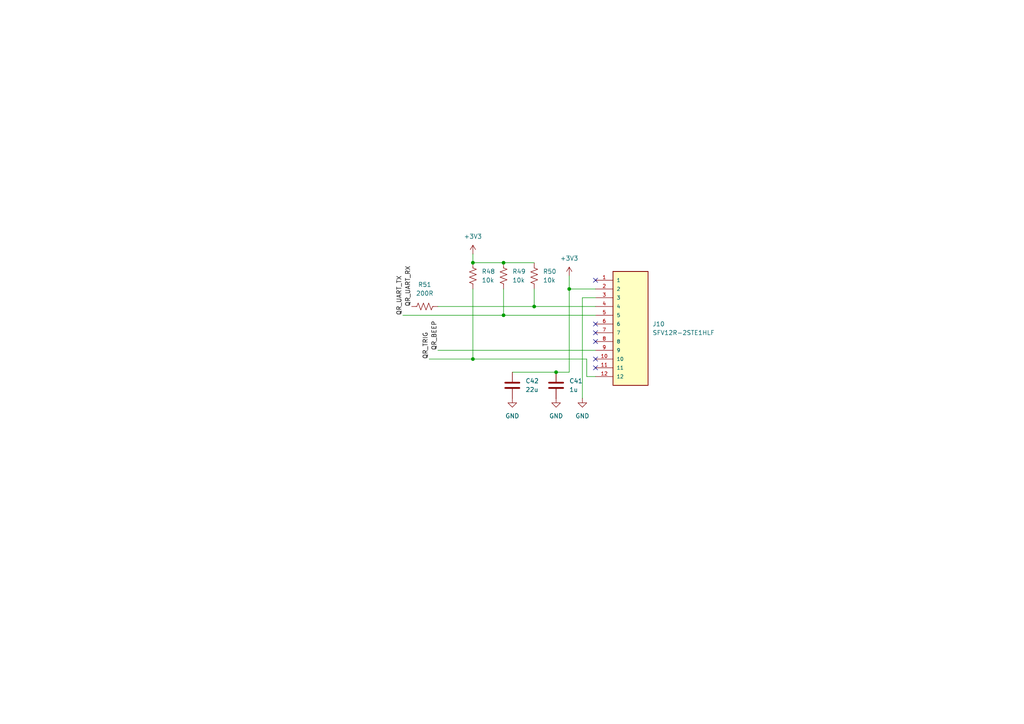
<source format=kicad_sch>
(kicad_sch
	(version 20231120)
	(generator "eeschema")
	(generator_version "8.0")
	(uuid "61c2e4c0-d1fb-4b5e-b729-19358ce44406")
	(paper "A4")
	(lib_symbols
		(symbol "+3V3_2"
			(power)
			(pin_numbers hide)
			(pin_names
				(offset 0) hide)
			(exclude_from_sim no)
			(in_bom yes)
			(on_board yes)
			(property "Reference" "#PWR"
				(at 0 -3.81 0)
				(effects
					(font
						(size 1.27 1.27)
					)
					(hide yes)
				)
			)
			(property "Value" "+3V3"
				(at 0 3.556 0)
				(effects
					(font
						(size 1.27 1.27)
					)
				)
			)
			(property "Footprint" ""
				(at 0 0 0)
				(effects
					(font
						(size 1.27 1.27)
					)
					(hide yes)
				)
			)
			(property "Datasheet" ""
				(at 0 0 0)
				(effects
					(font
						(size 1.27 1.27)
					)
					(hide yes)
				)
			)
			(property "Description" "Power symbol creates a global label with name \"+3V3\""
				(at 0 0 0)
				(effects
					(font
						(size 1.27 1.27)
					)
					(hide yes)
				)
			)
			(property "ki_keywords" "global power"
				(at 0 0 0)
				(effects
					(font
						(size 1.27 1.27)
					)
					(hide yes)
				)
			)
			(symbol "+3V3_2_0_1"
				(polyline
					(pts
						(xy -0.762 1.27) (xy 0 2.54)
					)
					(stroke
						(width 0)
						(type default)
					)
					(fill
						(type none)
					)
				)
				(polyline
					(pts
						(xy 0 0) (xy 0 2.54)
					)
					(stroke
						(width 0)
						(type default)
					)
					(fill
						(type none)
					)
				)
				(polyline
					(pts
						(xy 0 2.54) (xy 0.762 1.27)
					)
					(stroke
						(width 0)
						(type default)
					)
					(fill
						(type none)
					)
				)
			)
			(symbol "+3V3_2_1_1"
				(pin power_in line
					(at 0 0 90)
					(length 0)
					(name "~"
						(effects
							(font
								(size 1.27 1.27)
							)
						)
					)
					(number "1"
						(effects
							(font
								(size 1.27 1.27)
							)
						)
					)
				)
			)
		)
		(symbol "+3V3_3"
			(power)
			(pin_numbers hide)
			(pin_names
				(offset 0) hide)
			(exclude_from_sim no)
			(in_bom yes)
			(on_board yes)
			(property "Reference" "#PWR"
				(at 0 -3.81 0)
				(effects
					(font
						(size 1.27 1.27)
					)
					(hide yes)
				)
			)
			(property "Value" "+3V3"
				(at 0 3.556 0)
				(effects
					(font
						(size 1.27 1.27)
					)
				)
			)
			(property "Footprint" ""
				(at 0 0 0)
				(effects
					(font
						(size 1.27 1.27)
					)
					(hide yes)
				)
			)
			(property "Datasheet" ""
				(at 0 0 0)
				(effects
					(font
						(size 1.27 1.27)
					)
					(hide yes)
				)
			)
			(property "Description" "Power symbol creates a global label with name \"+3V3\""
				(at 0 0 0)
				(effects
					(font
						(size 1.27 1.27)
					)
					(hide yes)
				)
			)
			(property "ki_keywords" "global power"
				(at 0 0 0)
				(effects
					(font
						(size 1.27 1.27)
					)
					(hide yes)
				)
			)
			(symbol "+3V3_3_0_1"
				(polyline
					(pts
						(xy -0.762 1.27) (xy 0 2.54)
					)
					(stroke
						(width 0)
						(type default)
					)
					(fill
						(type none)
					)
				)
				(polyline
					(pts
						(xy 0 0) (xy 0 2.54)
					)
					(stroke
						(width 0)
						(type default)
					)
					(fill
						(type none)
					)
				)
				(polyline
					(pts
						(xy 0 2.54) (xy 0.762 1.27)
					)
					(stroke
						(width 0)
						(type default)
					)
					(fill
						(type none)
					)
				)
			)
			(symbol "+3V3_3_1_1"
				(pin power_in line
					(at 0 0 90)
					(length 0)
					(name "~"
						(effects
							(font
								(size 1.27 1.27)
							)
						)
					)
					(number "1"
						(effects
							(font
								(size 1.27 1.27)
							)
						)
					)
				)
			)
		)
		(symbol "Device:C"
			(pin_numbers hide)
			(pin_names
				(offset 0.254)
			)
			(exclude_from_sim no)
			(in_bom yes)
			(on_board yes)
			(property "Reference" "C"
				(at 0.635 2.54 0)
				(effects
					(font
						(size 1.27 1.27)
					)
					(justify left)
				)
			)
			(property "Value" "C"
				(at 0.635 -2.54 0)
				(effects
					(font
						(size 1.27 1.27)
					)
					(justify left)
				)
			)
			(property "Footprint" ""
				(at 0.9652 -3.81 0)
				(effects
					(font
						(size 1.27 1.27)
					)
					(hide yes)
				)
			)
			(property "Datasheet" "~"
				(at 0 0 0)
				(effects
					(font
						(size 1.27 1.27)
					)
					(hide yes)
				)
			)
			(property "Description" "Unpolarized capacitor"
				(at 0 0 0)
				(effects
					(font
						(size 1.27 1.27)
					)
					(hide yes)
				)
			)
			(property "ki_keywords" "cap capacitor"
				(at 0 0 0)
				(effects
					(font
						(size 1.27 1.27)
					)
					(hide yes)
				)
			)
			(property "ki_fp_filters" "C_*"
				(at 0 0 0)
				(effects
					(font
						(size 1.27 1.27)
					)
					(hide yes)
				)
			)
			(symbol "C_0_1"
				(polyline
					(pts
						(xy -2.032 -0.762) (xy 2.032 -0.762)
					)
					(stroke
						(width 0.508)
						(type default)
					)
					(fill
						(type none)
					)
				)
				(polyline
					(pts
						(xy -2.032 0.762) (xy 2.032 0.762)
					)
					(stroke
						(width 0.508)
						(type default)
					)
					(fill
						(type none)
					)
				)
			)
			(symbol "C_1_1"
				(pin passive line
					(at 0 3.81 270)
					(length 2.794)
					(name "~"
						(effects
							(font
								(size 1.27 1.27)
							)
						)
					)
					(number "1"
						(effects
							(font
								(size 1.27 1.27)
							)
						)
					)
				)
				(pin passive line
					(at 0 -3.81 90)
					(length 2.794)
					(name "~"
						(effects
							(font
								(size 1.27 1.27)
							)
						)
					)
					(number "2"
						(effects
							(font
								(size 1.27 1.27)
							)
						)
					)
				)
			)
		)
		(symbol "Device:R_US"
			(pin_numbers hide)
			(pin_names
				(offset 0)
			)
			(exclude_from_sim no)
			(in_bom yes)
			(on_board yes)
			(property "Reference" "R"
				(at 2.54 0 90)
				(effects
					(font
						(size 1.27 1.27)
					)
				)
			)
			(property "Value" "R_US"
				(at -2.54 0 90)
				(effects
					(font
						(size 1.27 1.27)
					)
				)
			)
			(property "Footprint" ""
				(at 1.016 -0.254 90)
				(effects
					(font
						(size 1.27 1.27)
					)
					(hide yes)
				)
			)
			(property "Datasheet" "~"
				(at 0 0 0)
				(effects
					(font
						(size 1.27 1.27)
					)
					(hide yes)
				)
			)
			(property "Description" "Resistor, US symbol"
				(at 0 0 0)
				(effects
					(font
						(size 1.27 1.27)
					)
					(hide yes)
				)
			)
			(property "ki_keywords" "R res resistor"
				(at 0 0 0)
				(effects
					(font
						(size 1.27 1.27)
					)
					(hide yes)
				)
			)
			(property "ki_fp_filters" "R_*"
				(at 0 0 0)
				(effects
					(font
						(size 1.27 1.27)
					)
					(hide yes)
				)
			)
			(symbol "R_US_0_1"
				(polyline
					(pts
						(xy 0 -2.286) (xy 0 -2.54)
					)
					(stroke
						(width 0)
						(type default)
					)
					(fill
						(type none)
					)
				)
				(polyline
					(pts
						(xy 0 2.286) (xy 0 2.54)
					)
					(stroke
						(width 0)
						(type default)
					)
					(fill
						(type none)
					)
				)
				(polyline
					(pts
						(xy 0 -0.762) (xy 1.016 -1.143) (xy 0 -1.524) (xy -1.016 -1.905) (xy 0 -2.286)
					)
					(stroke
						(width 0)
						(type default)
					)
					(fill
						(type none)
					)
				)
				(polyline
					(pts
						(xy 0 0.762) (xy 1.016 0.381) (xy 0 0) (xy -1.016 -0.381) (xy 0 -0.762)
					)
					(stroke
						(width 0)
						(type default)
					)
					(fill
						(type none)
					)
				)
				(polyline
					(pts
						(xy 0 2.286) (xy 1.016 1.905) (xy 0 1.524) (xy -1.016 1.143) (xy 0 0.762)
					)
					(stroke
						(width 0)
						(type default)
					)
					(fill
						(type none)
					)
				)
			)
			(symbol "R_US_1_1"
				(pin passive line
					(at 0 3.81 270)
					(length 1.27)
					(name "~"
						(effects
							(font
								(size 1.27 1.27)
							)
						)
					)
					(number "1"
						(effects
							(font
								(size 1.27 1.27)
							)
						)
					)
				)
				(pin passive line
					(at 0 -3.81 90)
					(length 1.27)
					(name "~"
						(effects
							(font
								(size 1.27 1.27)
							)
						)
					)
					(number "2"
						(effects
							(font
								(size 1.27 1.27)
							)
						)
					)
				)
			)
		)
		(symbol "GND_4"
			(power)
			(pin_numbers hide)
			(pin_names
				(offset 0) hide)
			(exclude_from_sim no)
			(in_bom yes)
			(on_board yes)
			(property "Reference" "#PWR"
				(at 0 -6.35 0)
				(effects
					(font
						(size 1.27 1.27)
					)
					(hide yes)
				)
			)
			(property "Value" "GND"
				(at 0 -3.81 0)
				(effects
					(font
						(size 1.27 1.27)
					)
				)
			)
			(property "Footprint" ""
				(at 0 0 0)
				(effects
					(font
						(size 1.27 1.27)
					)
					(hide yes)
				)
			)
			(property "Datasheet" ""
				(at 0 0 0)
				(effects
					(font
						(size 1.27 1.27)
					)
					(hide yes)
				)
			)
			(property "Description" "Power symbol creates a global label with name \"GND\" , ground"
				(at 0 0 0)
				(effects
					(font
						(size 1.27 1.27)
					)
					(hide yes)
				)
			)
			(property "ki_keywords" "global power"
				(at 0 0 0)
				(effects
					(font
						(size 1.27 1.27)
					)
					(hide yes)
				)
			)
			(symbol "GND_4_0_1"
				(polyline
					(pts
						(xy 0 0) (xy 0 -1.27) (xy 1.27 -1.27) (xy 0 -2.54) (xy -1.27 -1.27) (xy 0 -1.27)
					)
					(stroke
						(width 0)
						(type default)
					)
					(fill
						(type none)
					)
				)
			)
			(symbol "GND_4_1_1"
				(pin power_in line
					(at 0 0 270)
					(length 0)
					(name "~"
						(effects
							(font
								(size 1.27 1.27)
							)
						)
					)
					(number "1"
						(effects
							(font
								(size 1.27 1.27)
							)
						)
					)
				)
			)
		)
		(symbol "SFV12R-2STE1HLF:SFV12R-2STE1HLF"
			(pin_names
				(offset 1.016)
			)
			(exclude_from_sim no)
			(in_bom yes)
			(on_board yes)
			(property "Reference" "J"
				(at -5.08 18.542 0)
				(effects
					(font
						(size 1.27 1.27)
					)
					(justify left bottom)
				)
			)
			(property "Value" "SFV12R-2STE1HLF"
				(at -5.08 -17.78 0)
				(effects
					(font
						(size 1.27 1.27)
					)
					(justify left bottom)
				)
			)
			(property "Footprint" "SFV12R-2STE1HLF:AMPHENOL_SFV12R-2STE1HLF"
				(at 0 0 0)
				(effects
					(font
						(size 1.27 1.27)
					)
					(justify bottom)
					(hide yes)
				)
			)
			(property "Datasheet" ""
				(at 0 0 0)
				(effects
					(font
						(size 1.27 1.27)
					)
					(hide yes)
				)
			)
			(property "Description" ""
				(at 0 0 0)
				(effects
					(font
						(size 1.27 1.27)
					)
					(hide yes)
				)
			)
			(property "PARTREV" "C"
				(at 0 0 0)
				(effects
					(font
						(size 1.27 1.27)
					)
					(justify bottom)
					(hide yes)
				)
			)
			(property "STANDARD" "Manufacturer Recommendations"
				(at 0 0 0)
				(effects
					(font
						(size 1.27 1.27)
					)
					(justify bottom)
					(hide yes)
				)
			)
			(property "MAXIMUM_PACKAGE_HEIGHT" "2mm"
				(at 0 0 0)
				(effects
					(font
						(size 1.27 1.27)
					)
					(justify bottom)
					(hide yes)
				)
			)
			(property "MANUFACTURER" "Amphenol"
				(at 0 0 0)
				(effects
					(font
						(size 1.27 1.27)
					)
					(justify bottom)
					(hide yes)
				)
			)
			(symbol "SFV12R-2STE1HLF_0_0"
				(rectangle
					(start -5.08 -15.24)
					(end 5.08 17.78)
					(stroke
						(width 0.254)
						(type default)
					)
					(fill
						(type background)
					)
				)
				(pin passive line
					(at -10.16 15.24 0)
					(length 5.08)
					(name "1"
						(effects
							(font
								(size 1.016 1.016)
							)
						)
					)
					(number "1"
						(effects
							(font
								(size 1.016 1.016)
							)
						)
					)
				)
				(pin passive line
					(at -10.16 -7.62 0)
					(length 5.08)
					(name "10"
						(effects
							(font
								(size 1.016 1.016)
							)
						)
					)
					(number "10"
						(effects
							(font
								(size 1.016 1.016)
							)
						)
					)
				)
				(pin passive line
					(at -10.16 -10.16 0)
					(length 5.08)
					(name "11"
						(effects
							(font
								(size 1.016 1.016)
							)
						)
					)
					(number "11"
						(effects
							(font
								(size 1.016 1.016)
							)
						)
					)
				)
				(pin passive line
					(at -10.16 -12.7 0)
					(length 5.08)
					(name "12"
						(effects
							(font
								(size 1.016 1.016)
							)
						)
					)
					(number "12"
						(effects
							(font
								(size 1.016 1.016)
							)
						)
					)
				)
				(pin passive line
					(at -10.16 12.7 0)
					(length 5.08)
					(name "2"
						(effects
							(font
								(size 1.016 1.016)
							)
						)
					)
					(number "2"
						(effects
							(font
								(size 1.016 1.016)
							)
						)
					)
				)
				(pin passive line
					(at -10.16 10.16 0)
					(length 5.08)
					(name "3"
						(effects
							(font
								(size 1.016 1.016)
							)
						)
					)
					(number "3"
						(effects
							(font
								(size 1.016 1.016)
							)
						)
					)
				)
				(pin passive line
					(at -10.16 7.62 0)
					(length 5.08)
					(name "4"
						(effects
							(font
								(size 1.016 1.016)
							)
						)
					)
					(number "4"
						(effects
							(font
								(size 1.016 1.016)
							)
						)
					)
				)
				(pin passive line
					(at -10.16 5.08 0)
					(length 5.08)
					(name "5"
						(effects
							(font
								(size 1.016 1.016)
							)
						)
					)
					(number "5"
						(effects
							(font
								(size 1.016 1.016)
							)
						)
					)
				)
				(pin passive line
					(at -10.16 2.54 0)
					(length 5.08)
					(name "6"
						(effects
							(font
								(size 1.016 1.016)
							)
						)
					)
					(number "6"
						(effects
							(font
								(size 1.016 1.016)
							)
						)
					)
				)
				(pin passive line
					(at -10.16 0 0)
					(length 5.08)
					(name "7"
						(effects
							(font
								(size 1.016 1.016)
							)
						)
					)
					(number "7"
						(effects
							(font
								(size 1.016 1.016)
							)
						)
					)
				)
				(pin passive line
					(at -10.16 -2.54 0)
					(length 5.08)
					(name "8"
						(effects
							(font
								(size 1.016 1.016)
							)
						)
					)
					(number "8"
						(effects
							(font
								(size 1.016 1.016)
							)
						)
					)
				)
				(pin passive line
					(at -10.16 -5.08 0)
					(length 5.08)
					(name "9"
						(effects
							(font
								(size 1.016 1.016)
							)
						)
					)
					(number "9"
						(effects
							(font
								(size 1.016 1.016)
							)
						)
					)
				)
			)
		)
	)
	(junction
		(at 165.1 83.82)
		(diameter 0)
		(color 0 0 0 0)
		(uuid "24b67a7b-7419-41af-a924-2b7481675322")
	)
	(junction
		(at 161.29 107.95)
		(diameter 0)
		(color 0 0 0 0)
		(uuid "5667d792-5c2c-45b7-8949-10b4294751fe")
	)
	(junction
		(at 146.05 91.44)
		(diameter 0)
		(color 0 0 0 0)
		(uuid "6352a6a8-b941-40cd-9ead-97ada0c7bb71")
	)
	(junction
		(at 137.16 76.2)
		(diameter 0)
		(color 0 0 0 0)
		(uuid "a1a85aa5-a0ca-41a5-8bf6-29427d2e68dd")
	)
	(junction
		(at 137.16 104.14)
		(diameter 0)
		(color 0 0 0 0)
		(uuid "cc199333-f574-4d59-bd11-0c5b5770f358")
	)
	(junction
		(at 154.94 88.9)
		(diameter 0)
		(color 0 0 0 0)
		(uuid "d8a8e827-340e-45ad-8135-89282b5eec29")
	)
	(junction
		(at 146.05 76.2)
		(diameter 0)
		(color 0 0 0 0)
		(uuid "f7ee9e82-f7b0-4f1e-b551-2cc18fef076e")
	)
	(no_connect
		(at 172.72 99.06)
		(uuid "04f7d9fa-a4c9-484f-939d-e155faab0e01")
	)
	(no_connect
		(at 172.72 81.28)
		(uuid "10f23b5d-0438-4b72-a74e-2747b937edd9")
	)
	(no_connect
		(at 172.72 104.14)
		(uuid "236a431f-c216-4d23-a6c6-2dc46b8f9868")
	)
	(no_connect
		(at 172.72 93.98)
		(uuid "4a3a4b03-c7db-4655-b167-e862e19a5fd0")
	)
	(no_connect
		(at 172.72 96.52)
		(uuid "96946990-3674-4053-9131-49caf80fb7f8")
	)
	(no_connect
		(at 172.72 106.68)
		(uuid "aa7bdf81-fe98-4fa9-ad43-ddff3feade38")
	)
	(wire
		(pts
			(xy 137.16 83.82) (xy 137.16 104.14)
		)
		(stroke
			(width 0)
			(type default)
		)
		(uuid "10e34ee1-f763-43d5-bc51-8ed9895c0303")
	)
	(wire
		(pts
			(xy 146.05 76.2) (xy 154.94 76.2)
		)
		(stroke
			(width 0)
			(type default)
		)
		(uuid "138a2ec8-b216-42d6-b57b-e8180baaafa2")
	)
	(wire
		(pts
			(xy 137.16 73.66) (xy 137.16 76.2)
		)
		(stroke
			(width 0)
			(type default)
		)
		(uuid "15df417b-5db0-4a61-a3b6-004d0ccb641d")
	)
	(wire
		(pts
			(xy 137.16 104.14) (xy 170.18 104.14)
		)
		(stroke
			(width 0)
			(type default)
		)
		(uuid "18ecd0e9-0f7d-45d1-8f10-433e444fb85b")
	)
	(wire
		(pts
			(xy 137.16 76.2) (xy 146.05 76.2)
		)
		(stroke
			(width 0)
			(type default)
		)
		(uuid "26b027c0-470f-4dbb-a8fe-4757689ec596")
	)
	(wire
		(pts
			(xy 165.1 107.95) (xy 161.29 107.95)
		)
		(stroke
			(width 0)
			(type default)
		)
		(uuid "30311e93-f9e9-49c2-bc3f-1f80b50bcebc")
	)
	(wire
		(pts
			(xy 127 101.6) (xy 172.72 101.6)
		)
		(stroke
			(width 0)
			(type default)
		)
		(uuid "36cff77e-8328-4c01-bdb8-8c19025a1341")
	)
	(wire
		(pts
			(xy 127 88.9) (xy 154.94 88.9)
		)
		(stroke
			(width 0)
			(type default)
		)
		(uuid "44c1a8f5-08e8-4d0d-aecc-a6f87a3ef034")
	)
	(wire
		(pts
			(xy 154.94 88.9) (xy 172.72 88.9)
		)
		(stroke
			(width 0)
			(type default)
		)
		(uuid "4815dc80-9c03-465f-9dd2-a8ec6260a077")
	)
	(wire
		(pts
			(xy 146.05 91.44) (xy 172.72 91.44)
		)
		(stroke
			(width 0)
			(type default)
		)
		(uuid "5cfd1d76-c884-4099-afc3-ad68e9e84b5e")
	)
	(wire
		(pts
			(xy 165.1 83.82) (xy 165.1 80.01)
		)
		(stroke
			(width 0)
			(type default)
		)
		(uuid "68bd4e7b-4a42-4e25-a531-17d1f5d03de3")
	)
	(wire
		(pts
			(xy 154.94 83.82) (xy 154.94 88.9)
		)
		(stroke
			(width 0)
			(type default)
		)
		(uuid "74322b7c-9f55-4987-8da2-7c07d02361e1")
	)
	(wire
		(pts
			(xy 168.91 86.36) (xy 168.91 115.57)
		)
		(stroke
			(width 0)
			(type default)
		)
		(uuid "78423fe6-ebf8-4afb-adbe-161c787195d4")
	)
	(wire
		(pts
			(xy 165.1 83.82) (xy 165.1 107.95)
		)
		(stroke
			(width 0)
			(type default)
		)
		(uuid "9a6eb5ef-e428-4cd0-a53c-5db4a3dbc346")
	)
	(wire
		(pts
			(xy 172.72 83.82) (xy 165.1 83.82)
		)
		(stroke
			(width 0)
			(type default)
		)
		(uuid "9d108ec3-63ab-4b86-8fb1-edd3120fb8c6")
	)
	(wire
		(pts
			(xy 170.18 104.14) (xy 170.18 109.22)
		)
		(stroke
			(width 0)
			(type default)
		)
		(uuid "a2ac361c-6fca-4e57-bee0-b3c6a0d0e55b")
	)
	(wire
		(pts
			(xy 116.84 91.44) (xy 146.05 91.44)
		)
		(stroke
			(width 0)
			(type default)
		)
		(uuid "a38d5e44-bc11-4ade-972d-144cf9864b8d")
	)
	(wire
		(pts
			(xy 172.72 86.36) (xy 168.91 86.36)
		)
		(stroke
			(width 0)
			(type default)
		)
		(uuid "acdf3094-1fc8-4096-9ff7-14fa8579d085")
	)
	(wire
		(pts
			(xy 170.18 109.22) (xy 172.72 109.22)
		)
		(stroke
			(width 0)
			(type default)
		)
		(uuid "ca2794b5-9535-4e61-976c-2a1b2e757482")
	)
	(wire
		(pts
			(xy 124.46 104.14) (xy 137.16 104.14)
		)
		(stroke
			(width 0)
			(type default)
		)
		(uuid "ea7e1985-729f-4979-934d-ca0555145ffa")
	)
	(wire
		(pts
			(xy 146.05 83.82) (xy 146.05 91.44)
		)
		(stroke
			(width 0)
			(type default)
		)
		(uuid "eab46e7c-1f52-4f69-a34f-cc407d4e71a6")
	)
	(wire
		(pts
			(xy 148.59 107.95) (xy 161.29 107.95)
		)
		(stroke
			(width 0)
			(type default)
		)
		(uuid "f8587737-682a-4355-9d6c-21abce2b7ff4")
	)
	(label "QR_UART_RX"
		(at 119.38 88.9 90)
		(fields_autoplaced yes)
		(effects
			(font
				(size 1.27 1.27)
			)
			(justify left bottom)
		)
		(uuid "ba8ce085-6616-4787-9622-83c171658f78")
	)
	(label "QR_TRIG"
		(at 124.46 104.14 90)
		(fields_autoplaced yes)
		(effects
			(font
				(size 1.27 1.27)
			)
			(justify left bottom)
		)
		(uuid "bd9ca6b8-67a6-49b4-bae9-1d6a1e89ba14")
	)
	(label "QR_BEEP"
		(at 127 101.6 90)
		(fields_autoplaced yes)
		(effects
			(font
				(size 1.27 1.27)
			)
			(justify left bottom)
		)
		(uuid "c86a45b8-59fe-458e-9772-7f399c7a8737")
	)
	(label "QR_UART_TX"
		(at 116.84 91.44 90)
		(fields_autoplaced yes)
		(effects
			(font
				(size 1.27 1.27)
			)
			(justify left bottom)
		)
		(uuid "e70c1f0e-8922-4001-b657-ac6462a03e1b")
	)
	(symbol
		(lib_id "Device:R_US")
		(at 137.16 80.01 0)
		(unit 1)
		(exclude_from_sim no)
		(in_bom yes)
		(on_board yes)
		(dnp no)
		(fields_autoplaced yes)
		(uuid "32a42b3e-2996-4afa-aee4-3fa0e7743508")
		(property "Reference" "R48"
			(at 139.7 78.7399 0)
			(effects
				(font
					(size 1.27 1.27)
				)
				(justify left)
			)
		)
		(property "Value" "10k"
			(at 139.7 81.2799 0)
			(effects
				(font
					(size 1.27 1.27)
				)
				(justify left)
			)
		)
		(property "Footprint" "Resistor_SMD:R_0402_1005Metric_Pad0.72x0.64mm_HandSolder"
			(at 138.176 80.264 90)
			(effects
				(font
					(size 1.27 1.27)
				)
				(hide yes)
			)
		)
		(property "Datasheet" "~"
			(at 137.16 80.01 0)
			(effects
				(font
					(size 1.27 1.27)
				)
				(hide yes)
			)
		)
		(property "Description" "Resistor, US symbol"
			(at 137.16 80.01 0)
			(effects
				(font
					(size 1.27 1.27)
				)
				(hide yes)
			)
		)
		(pin "1"
			(uuid "7f7aba3e-cb1e-4d63-98c7-d91bc1ccdd1b")
		)
		(pin "2"
			(uuid "e9336171-9cec-43d4-bc84-39c9521e90bb")
		)
		(instances
			(project "Smartcard_Hat"
				(path "/e63e39d7-6ac0-4ffd-8aa3-1841a4541b55/144e07a4-102b-4d92-a6e3-42fc56ab21ea"
					(reference "R48")
					(unit 1)
				)
			)
		)
	)
	(symbol
		(lib_name "+3V3_2")
		(lib_id "power:+3V3")
		(at 165.1 80.01 0)
		(unit 1)
		(exclude_from_sim no)
		(in_bom yes)
		(on_board yes)
		(dnp no)
		(fields_autoplaced yes)
		(uuid "42fc0cd2-4163-4d6b-8699-4a9b5fbbc504")
		(property "Reference" "#PWR015"
			(at 165.1 83.82 0)
			(effects
				(font
					(size 1.27 1.27)
				)
				(hide yes)
			)
		)
		(property "Value" "+3V3"
			(at 165.1 74.93 0)
			(effects
				(font
					(size 1.27 1.27)
				)
			)
		)
		(property "Footprint" ""
			(at 165.1 80.01 0)
			(effects
				(font
					(size 1.27 1.27)
				)
				(hide yes)
			)
		)
		(property "Datasheet" ""
			(at 165.1 80.01 0)
			(effects
				(font
					(size 1.27 1.27)
				)
				(hide yes)
			)
		)
		(property "Description" "Power symbol creates a global label with name \"+3V3\""
			(at 165.1 80.01 0)
			(effects
				(font
					(size 1.27 1.27)
				)
				(hide yes)
			)
		)
		(pin "1"
			(uuid "7ec621e9-e4e3-4934-98b4-8181e7bae9e2")
		)
		(instances
			(project "Smartcard_Hat"
				(path "/e63e39d7-6ac0-4ffd-8aa3-1841a4541b55/144e07a4-102b-4d92-a6e3-42fc56ab21ea"
					(reference "#PWR015")
					(unit 1)
				)
			)
		)
	)
	(symbol
		(lib_id "Device:R_US")
		(at 123.19 88.9 90)
		(unit 1)
		(exclude_from_sim no)
		(in_bom yes)
		(on_board yes)
		(dnp no)
		(fields_autoplaced yes)
		(uuid "69b732b2-5835-4d4f-b218-4d18d6a5d92c")
		(property "Reference" "R51"
			(at 123.19 82.55 90)
			(effects
				(font
					(size 1.27 1.27)
				)
			)
		)
		(property "Value" "200R"
			(at 123.19 85.09 90)
			(effects
				(font
					(size 1.27 1.27)
				)
			)
		)
		(property "Footprint" "Resistor_SMD:R_0402_1005Metric_Pad0.72x0.64mm_HandSolder"
			(at 123.444 87.884 90)
			(effects
				(font
					(size 1.27 1.27)
				)
				(hide yes)
			)
		)
		(property "Datasheet" "~"
			(at 123.19 88.9 0)
			(effects
				(font
					(size 1.27 1.27)
				)
				(hide yes)
			)
		)
		(property "Description" "Resistor, US symbol"
			(at 123.19 88.9 0)
			(effects
				(font
					(size 1.27 1.27)
				)
				(hide yes)
			)
		)
		(pin "1"
			(uuid "a0c1b804-bcd1-4dca-96bf-9368e5146ac7")
		)
		(pin "2"
			(uuid "5ca83581-79df-401d-8e75-50db95ea84a9")
		)
		(instances
			(project "Smartcard_Hat"
				(path "/e63e39d7-6ac0-4ffd-8aa3-1841a4541b55/144e07a4-102b-4d92-a6e3-42fc56ab21ea"
					(reference "R51")
					(unit 1)
				)
			)
		)
	)
	(symbol
		(lib_name "GND_4")
		(lib_id "power:GND")
		(at 161.29 115.57 0)
		(unit 1)
		(exclude_from_sim no)
		(in_bom yes)
		(on_board yes)
		(dnp no)
		(fields_autoplaced yes)
		(uuid "8a97c233-e3bd-4f57-b458-268d8a9896ac")
		(property "Reference" "#PWR014"
			(at 161.29 121.92 0)
			(effects
				(font
					(size 1.27 1.27)
				)
				(hide yes)
			)
		)
		(property "Value" "GND"
			(at 161.29 120.65 0)
			(effects
				(font
					(size 1.27 1.27)
				)
			)
		)
		(property "Footprint" ""
			(at 161.29 115.57 0)
			(effects
				(font
					(size 1.27 1.27)
				)
				(hide yes)
			)
		)
		(property "Datasheet" ""
			(at 161.29 115.57 0)
			(effects
				(font
					(size 1.27 1.27)
				)
				(hide yes)
			)
		)
		(property "Description" "Power symbol creates a global label with name \"GND\" , ground"
			(at 161.29 115.57 0)
			(effects
				(font
					(size 1.27 1.27)
				)
				(hide yes)
			)
		)
		(pin "1"
			(uuid "5b9efe90-499a-4cd5-8342-6fd8a6196843")
		)
		(instances
			(project "Smartcard_Hat"
				(path "/e63e39d7-6ac0-4ffd-8aa3-1841a4541b55/144e07a4-102b-4d92-a6e3-42fc56ab21ea"
					(reference "#PWR014")
					(unit 1)
				)
			)
		)
	)
	(symbol
		(lib_id "SFV12R-2STE1HLF:SFV12R-2STE1HLF")
		(at 182.88 96.52 0)
		(unit 1)
		(exclude_from_sim no)
		(in_bom yes)
		(on_board yes)
		(dnp no)
		(fields_autoplaced yes)
		(uuid "8bdd14d8-c3c5-4059-adcd-a15dafd09331")
		(property "Reference" "J10"
			(at 189.23 93.9799 0)
			(effects
				(font
					(size 1.27 1.27)
				)
				(justify left)
			)
		)
		(property "Value" "SFV12R-2STE1HLF"
			(at 189.23 96.5199 0)
			(effects
				(font
					(size 1.27 1.27)
				)
				(justify left)
			)
		)
		(property "Footprint" "Library:AMPHENOL_SFV12R-2STE1HLF"
			(at 182.88 96.52 0)
			(effects
				(font
					(size 1.27 1.27)
				)
				(justify bottom)
				(hide yes)
			)
		)
		(property "Datasheet" ""
			(at 182.88 96.52 0)
			(effects
				(font
					(size 1.27 1.27)
				)
				(hide yes)
			)
		)
		(property "Description" ""
			(at 182.88 96.52 0)
			(effects
				(font
					(size 1.27 1.27)
				)
				(hide yes)
			)
		)
		(property "PARTREV" "C"
			(at 182.88 96.52 0)
			(effects
				(font
					(size 1.27 1.27)
				)
				(justify bottom)
				(hide yes)
			)
		)
		(property "STANDARD" "Manufacturer Recommendations"
			(at 182.88 96.52 0)
			(effects
				(font
					(size 1.27 1.27)
				)
				(justify bottom)
				(hide yes)
			)
		)
		(property "MAXIMUM_PACKAGE_HEIGHT" "2mm"
			(at 182.88 96.52 0)
			(effects
				(font
					(size 1.27 1.27)
				)
				(justify bottom)
				(hide yes)
			)
		)
		(property "MANUFACTURER" "Amphenol"
			(at 182.88 96.52 0)
			(effects
				(font
					(size 1.27 1.27)
				)
				(justify bottom)
				(hide yes)
			)
		)
		(pin "8"
			(uuid "486cea07-6072-42ff-9870-cddbe0584904")
		)
		(pin "10"
			(uuid "f9e9b264-38fd-4030-a41b-aef37ede1f2a")
		)
		(pin "9"
			(uuid "9da4f8f3-32f5-4db3-8052-562a27bde05e")
		)
		(pin "11"
			(uuid "fbd78a19-ad97-4395-aa9b-7c34218835b8")
		)
		(pin "1"
			(uuid "01d987f5-7746-417a-b28b-fe4f5ff2dfc6")
		)
		(pin "5"
			(uuid "d3bb14a1-79f4-48fc-b510-51f2379e90ba")
		)
		(pin "4"
			(uuid "e75087ea-9da4-410f-9b43-539a7b338cd7")
		)
		(pin "12"
			(uuid "80f74eea-9678-4c70-b914-ef0eb0555eae")
		)
		(pin "3"
			(uuid "4d18c731-a5c0-437e-bd17-e8bfa560b062")
		)
		(pin "6"
			(uuid "ef9fe669-84b3-47e0-8520-e71ecd7fd588")
		)
		(pin "7"
			(uuid "a184cd45-09ff-4a29-929b-820192cc7d40")
		)
		(pin "2"
			(uuid "1e27e451-712f-4b97-82d1-e21794c7d60c")
		)
		(instances
			(project "Smartcard_Hat"
				(path "/e63e39d7-6ac0-4ffd-8aa3-1841a4541b55/144e07a4-102b-4d92-a6e3-42fc56ab21ea"
					(reference "J10")
					(unit 1)
				)
			)
		)
	)
	(symbol
		(lib_id "Device:C")
		(at 161.29 111.76 0)
		(unit 1)
		(exclude_from_sim no)
		(in_bom yes)
		(on_board yes)
		(dnp no)
		(fields_autoplaced yes)
		(uuid "8fc24f8d-80f7-4447-b6dd-baf69e272428")
		(property "Reference" "C41"
			(at 165.1 110.4899 0)
			(effects
				(font
					(size 1.27 1.27)
				)
				(justify left)
			)
		)
		(property "Value" "1u"
			(at 165.1 113.0299 0)
			(effects
				(font
					(size 1.27 1.27)
				)
				(justify left)
			)
		)
		(property "Footprint" "Capacitor_SMD:C_0805_2012Metric_Pad1.18x1.45mm_HandSolder"
			(at 162.2552 115.57 0)
			(effects
				(font
					(size 1.27 1.27)
				)
				(hide yes)
			)
		)
		(property "Datasheet" "~"
			(at 161.29 111.76 0)
			(effects
				(font
					(size 1.27 1.27)
				)
				(hide yes)
			)
		)
		(property "Description" "Unpolarized capacitor"
			(at 161.29 111.76 0)
			(effects
				(font
					(size 1.27 1.27)
				)
				(hide yes)
			)
		)
		(pin "2"
			(uuid "5e57b5ad-e930-4514-a4c0-c286135b5526")
		)
		(pin "1"
			(uuid "c70ef5c6-ba0d-4891-9e7c-3eeab0ab8540")
		)
		(instances
			(project "Smartcard_Hat"
				(path "/e63e39d7-6ac0-4ffd-8aa3-1841a4541b55/144e07a4-102b-4d92-a6e3-42fc56ab21ea"
					(reference "C41")
					(unit 1)
				)
			)
		)
	)
	(symbol
		(lib_id "Device:R_US")
		(at 154.94 80.01 0)
		(unit 1)
		(exclude_from_sim no)
		(in_bom yes)
		(on_board yes)
		(dnp no)
		(fields_autoplaced yes)
		(uuid "9019ac3a-74e1-43e0-9113-aa196a67ac9e")
		(property "Reference" "R50"
			(at 157.48 78.7399 0)
			(effects
				(font
					(size 1.27 1.27)
				)
				(justify left)
			)
		)
		(property "Value" "10k"
			(at 157.48 81.2799 0)
			(effects
				(font
					(size 1.27 1.27)
				)
				(justify left)
			)
		)
		(property "Footprint" "Resistor_SMD:R_0402_1005Metric_Pad0.72x0.64mm_HandSolder"
			(at 155.956 80.264 90)
			(effects
				(font
					(size 1.27 1.27)
				)
				(hide yes)
			)
		)
		(property "Datasheet" "~"
			(at 154.94 80.01 0)
			(effects
				(font
					(size 1.27 1.27)
				)
				(hide yes)
			)
		)
		(property "Description" "Resistor, US symbol"
			(at 154.94 80.01 0)
			(effects
				(font
					(size 1.27 1.27)
				)
				(hide yes)
			)
		)
		(pin "1"
			(uuid "d9021599-6927-4d26-a21b-d6a8bed09151")
		)
		(pin "2"
			(uuid "e2c00d9b-4a3d-47c9-b45c-191aeae7489c")
		)
		(instances
			(project "Smartcard_Hat"
				(path "/e63e39d7-6ac0-4ffd-8aa3-1841a4541b55/144e07a4-102b-4d92-a6e3-42fc56ab21ea"
					(reference "R50")
					(unit 1)
				)
			)
		)
	)
	(symbol
		(lib_name "GND_4")
		(lib_id "power:GND")
		(at 168.91 115.57 0)
		(unit 1)
		(exclude_from_sim no)
		(in_bom yes)
		(on_board yes)
		(dnp no)
		(fields_autoplaced yes)
		(uuid "9524c2af-ec21-40c5-a39d-94d1e6cd4ce5")
		(property "Reference" "#PWR016"
			(at 168.91 121.92 0)
			(effects
				(font
					(size 1.27 1.27)
				)
				(hide yes)
			)
		)
		(property "Value" "GND"
			(at 168.91 120.65 0)
			(effects
				(font
					(size 1.27 1.27)
				)
			)
		)
		(property "Footprint" ""
			(at 168.91 115.57 0)
			(effects
				(font
					(size 1.27 1.27)
				)
				(hide yes)
			)
		)
		(property "Datasheet" ""
			(at 168.91 115.57 0)
			(effects
				(font
					(size 1.27 1.27)
				)
				(hide yes)
			)
		)
		(property "Description" "Power symbol creates a global label with name \"GND\" , ground"
			(at 168.91 115.57 0)
			(effects
				(font
					(size 1.27 1.27)
				)
				(hide yes)
			)
		)
		(pin "1"
			(uuid "a9219048-fd45-4ee3-88ac-907a6151dc32")
		)
		(instances
			(project "Smartcard_Hat"
				(path "/e63e39d7-6ac0-4ffd-8aa3-1841a4541b55/144e07a4-102b-4d92-a6e3-42fc56ab21ea"
					(reference "#PWR016")
					(unit 1)
				)
			)
		)
	)
	(symbol
		(lib_name "+3V3_3")
		(lib_id "power:+3V3")
		(at 137.16 73.66 0)
		(unit 1)
		(exclude_from_sim no)
		(in_bom yes)
		(on_board yes)
		(dnp no)
		(fields_autoplaced yes)
		(uuid "99e2523f-2398-430c-8b23-a20f24d4e2e3")
		(property "Reference" "#PWR012"
			(at 137.16 77.47 0)
			(effects
				(font
					(size 1.27 1.27)
				)
				(hide yes)
			)
		)
		(property "Value" "+3V3"
			(at 137.16 68.58 0)
			(effects
				(font
					(size 1.27 1.27)
				)
			)
		)
		(property "Footprint" ""
			(at 137.16 73.66 0)
			(effects
				(font
					(size 1.27 1.27)
				)
				(hide yes)
			)
		)
		(property "Datasheet" ""
			(at 137.16 73.66 0)
			(effects
				(font
					(size 1.27 1.27)
				)
				(hide yes)
			)
		)
		(property "Description" "Power symbol creates a global label with name \"+3V3\""
			(at 137.16 73.66 0)
			(effects
				(font
					(size 1.27 1.27)
				)
				(hide yes)
			)
		)
		(pin "1"
			(uuid "90cf0659-4ff5-4416-aac7-c4977b5e1b16")
		)
		(instances
			(project "Smartcard_Hat"
				(path "/e63e39d7-6ac0-4ffd-8aa3-1841a4541b55/144e07a4-102b-4d92-a6e3-42fc56ab21ea"
					(reference "#PWR012")
					(unit 1)
				)
			)
		)
	)
	(symbol
		(lib_name "GND_4")
		(lib_id "power:GND")
		(at 148.59 115.57 0)
		(unit 1)
		(exclude_from_sim no)
		(in_bom yes)
		(on_board yes)
		(dnp no)
		(fields_autoplaced yes)
		(uuid "9a2c4759-e9f7-4f2b-8e07-cb701698efc3")
		(property "Reference" "#PWR013"
			(at 148.59 121.92 0)
			(effects
				(font
					(size 1.27 1.27)
				)
				(hide yes)
			)
		)
		(property "Value" "GND"
			(at 148.59 120.65 0)
			(effects
				(font
					(size 1.27 1.27)
				)
			)
		)
		(property "Footprint" ""
			(at 148.59 115.57 0)
			(effects
				(font
					(size 1.27 1.27)
				)
				(hide yes)
			)
		)
		(property "Datasheet" ""
			(at 148.59 115.57 0)
			(effects
				(font
					(size 1.27 1.27)
				)
				(hide yes)
			)
		)
		(property "Description" "Power symbol creates a global label with name \"GND\" , ground"
			(at 148.59 115.57 0)
			(effects
				(font
					(size 1.27 1.27)
				)
				(hide yes)
			)
		)
		(pin "1"
			(uuid "b681e684-c757-438b-9f72-6358dd073e95")
		)
		(instances
			(project "Smartcard_Hat"
				(path "/e63e39d7-6ac0-4ffd-8aa3-1841a4541b55/144e07a4-102b-4d92-a6e3-42fc56ab21ea"
					(reference "#PWR013")
					(unit 1)
				)
			)
		)
	)
	(symbol
		(lib_id "Device:C")
		(at 148.59 111.76 0)
		(unit 1)
		(exclude_from_sim no)
		(in_bom yes)
		(on_board yes)
		(dnp no)
		(fields_autoplaced yes)
		(uuid "b4104249-0abe-4499-94ed-61182a5f2dfb")
		(property "Reference" "C42"
			(at 152.4 110.4899 0)
			(effects
				(font
					(size 1.27 1.27)
				)
				(justify left)
			)
		)
		(property "Value" "22u"
			(at 152.4 113.0299 0)
			(effects
				(font
					(size 1.27 1.27)
				)
				(justify left)
			)
		)
		(property "Footprint" "Capacitor_SMD:C_0805_2012Metric_Pad1.18x1.45mm_HandSolder"
			(at 149.5552 115.57 0)
			(effects
				(font
					(size 1.27 1.27)
				)
				(hide yes)
			)
		)
		(property "Datasheet" "~"
			(at 148.59 111.76 0)
			(effects
				(font
					(size 1.27 1.27)
				)
				(hide yes)
			)
		)
		(property "Description" "Unpolarized capacitor"
			(at 148.59 111.76 0)
			(effects
				(font
					(size 1.27 1.27)
				)
				(hide yes)
			)
		)
		(pin "2"
			(uuid "3e560cfc-c19b-4a99-8871-36fdc2287617")
		)
		(pin "1"
			(uuid "b18e8e87-d146-46a8-bdd3-7c36cf99d80b")
		)
		(instances
			(project "Smartcard_Hat"
				(path "/e63e39d7-6ac0-4ffd-8aa3-1841a4541b55/144e07a4-102b-4d92-a6e3-42fc56ab21ea"
					(reference "C42")
					(unit 1)
				)
			)
		)
	)
	(symbol
		(lib_id "Device:R_US")
		(at 146.05 80.01 0)
		(unit 1)
		(exclude_from_sim no)
		(in_bom yes)
		(on_board yes)
		(dnp no)
		(fields_autoplaced yes)
		(uuid "e09b3a2c-e47e-41b2-9fb9-0282932d443e")
		(property "Reference" "R49"
			(at 148.59 78.7399 0)
			(effects
				(font
					(size 1.27 1.27)
				)
				(justify left)
			)
		)
		(property "Value" "10k"
			(at 148.59 81.2799 0)
			(effects
				(font
					(size 1.27 1.27)
				)
				(justify left)
			)
		)
		(property "Footprint" "Resistor_SMD:R_0402_1005Metric_Pad0.72x0.64mm_HandSolder"
			(at 147.066 80.264 90)
			(effects
				(font
					(size 1.27 1.27)
				)
				(hide yes)
			)
		)
		(property "Datasheet" "~"
			(at 146.05 80.01 0)
			(effects
				(font
					(size 1.27 1.27)
				)
				(hide yes)
			)
		)
		(property "Description" "Resistor, US symbol"
			(at 146.05 80.01 0)
			(effects
				(font
					(size 1.27 1.27)
				)
				(hide yes)
			)
		)
		(pin "1"
			(uuid "74be2a0f-13f1-4463-bbad-367a087fd7de")
		)
		(pin "2"
			(uuid "7905b717-4ace-44f6-8505-00655e038724")
		)
		(instances
			(project "Smartcard_Hat"
				(path "/e63e39d7-6ac0-4ffd-8aa3-1841a4541b55/144e07a4-102b-4d92-a6e3-42fc56ab21ea"
					(reference "R49")
					(unit 1)
				)
			)
		)
	)
)

</source>
